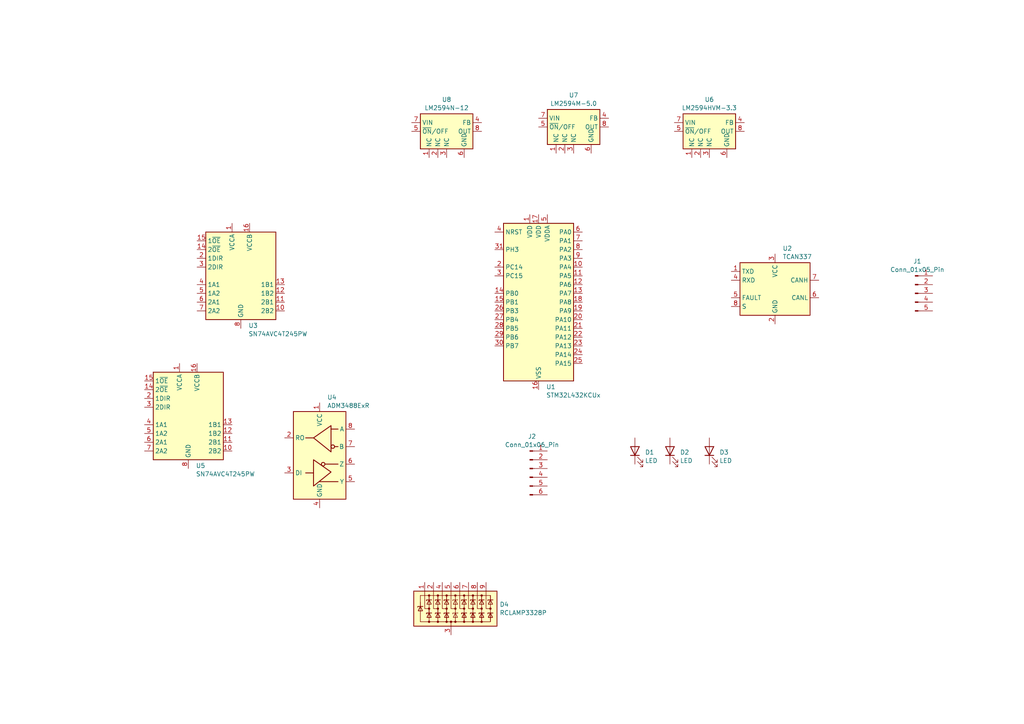
<source format=kicad_sch>
(kicad_sch (version 20230121) (generator eeschema)
  (paper "A4")
  (lib_symbols
    (symbol "Connector:Conn_01x05_Pin" (pin_names (offset 1.016) hide)
      (property "Reference" "J" (at 0 7.62 0))
      (property "Value" "Conn_01x05_Pin" (at 0 -7.62 0))
      (symbol "Conn_01x05_Pin_1_1"
        (polyline (pts (xy 1.27 -5.08) (xy 0.8636 -5.08)) (stroke (width 0.1524)))
        (polyline (pts (xy 1.27 -2.54) (xy 0.8636 -2.54)) (stroke (width 0.1524)))
        (polyline (pts (xy 1.27 0) (xy 0.8636 0)) (stroke (width 0.1524)))
        (polyline (pts (xy 1.27 2.54) (xy 0.8636 2.54)) (stroke (width 0.1524)))
        (polyline (pts (xy 1.27 5.08) (xy 0.8636 5.08)) (stroke (width 0.1524)))
        (rectangle (start 0.8636 -4.953) (end 0 -5.207) (stroke (width 0.1524)) (fill (type outline)))
        (rectangle (start 0.8636 -2.413) (end 0 -2.667) (stroke (width 0.1524)) (fill (type outline)))
        (rectangle (start 0.8636 0.127) (end 0 -0.127) (stroke (width 0.1524)) (fill (type outline)))
        (rectangle (start 0.8636 2.667) (end 0 2.413) (stroke (width 0.1524)) (fill (type outline)))
        (rectangle (start 0.8636 5.207) (end 0 4.953) (stroke (width 0.1524)) (fill (type outline)))
        (pin passive line (at 5.08 5.08 180) (length 3.81) (name "Pin_1") (number "1"))
        (pin passive line (at 5.08 2.54 180) (length 3.81) (name "Pin_2") (number "2"))
        (pin passive line (at 5.08 0 180) (length 3.81) (name "Pin_3") (number "3"))
        (pin passive line (at 5.08 -2.54 180) (length 3.81) (name "Pin_4") (number "4"))
        (pin passive line (at 5.08 -5.08 180) (length 3.81) (name "Pin_5") (number "5"))
      )
    )
    (symbol "Connector:Conn_01x06_Pin" (pin_names (offset 1.016) hide)
      (property "Reference" "J" (at 0 7.62 0))
      (property "Value" "Conn_01x06_Pin" (at 0 -10.16 0))
      (symbol "Conn_01x06_Pin_1_1"
        (polyline (pts (xy 1.27 -7.62) (xy 0.8636 -7.62)) (stroke (width 0.1524)))
        (polyline (pts (xy 1.27 -5.08) (xy 0.8636 -5.08)) (stroke (width 0.1524)))
        (polyline (pts (xy 1.27 -2.54) (xy 0.8636 -2.54)) (stroke (width 0.1524)))
        (polyline (pts (xy 1.27 0) (xy 0.8636 0)) (stroke (width 0.1524)))
        (polyline (pts (xy 1.27 2.54) (xy 0.8636 2.54)) (stroke (width 0.1524)))
        (polyline (pts (xy 1.27 5.08) (xy 0.8636 5.08)) (stroke (width 0.1524)))
        (rectangle (start 0.8636 -7.493) (end 0 -7.747) (stroke (width 0.1524)) (fill (type outline)))
        (rectangle (start 0.8636 -4.953) (end 0 -5.207) (stroke (width 0.1524)) (fill (type outline)))
        (rectangle (start 0.8636 -2.413) (end 0 -2.667) (stroke (width 0.1524)) (fill (type outline)))
        (rectangle (start 0.8636 0.127) (end 0 -0.127) (stroke (width 0.1524)) (fill (type outline)))
        (rectangle (start 0.8636 2.667) (end 0 2.413) (stroke (width 0.1524)) (fill (type outline)))
        (rectangle (start 0.8636 5.207) (end 0 4.953) (stroke (width 0.1524)) (fill (type outline)))
        (pin passive line (at 5.08 5.08 180) (length 3.81) (name "Pin_1") (number "1"))
        (pin passive line (at 5.08 2.54 180) (length 3.81) (name "Pin_2") (number "2"))
        (pin passive line (at 5.08 0 180) (length 3.81) (name "Pin_3") (number "3"))
        (pin passive line (at 5.08 -2.54 180) (length 3.81) (name "Pin_4") (number "4"))
        (pin passive line (at 5.08 -5.08 180) (length 3.81) (name "Pin_5") (number "5"))
        (pin passive line (at 5.08 -7.62 180) (length 3.81) (name "Pin_6") (number "6"))
      )
    )
    (symbol "Device:LED" (pin_numbers hide) (pin_names (offset 1.016) hide)
      (property "Reference" "D" (at 0 2.54 0))
      (property "Value" "LED" (at 0 -2.54 0))
      (symbol "LED_0_1"
        (polyline (pts (xy -1.27 -1.27) (xy -1.27 1.27)) (stroke (width 0.254)))
        (polyline (pts (xy -1.27 0) (xy 1.27 0)))
        (polyline (pts (xy 1.27 -1.27) (xy 1.27 1.27) (xy -1.27 0) (xy 1.27 -1.27)) (stroke (width 0.254)))
        (polyline (pts (xy -3.048 -0.762) (xy -4.572 -2.286) (xy -3.81 -2.286) (xy -4.572 -2.286) (xy -4.572 -1.524)))
        (polyline (pts (xy -1.778 -0.762) (xy -3.302 -2.286) (xy -2.54 -2.286) (xy -3.302 -2.286) (xy -3.302 -1.524)))
      )
      (symbol "LED_1_1"
        (pin passive line (at -3.81 0 0) (length 2.54) (name "K") (number "1"))
        (pin passive line (at 3.81 0 180) (length 2.54) (name "A") (number "2"))
      )
    )
    (symbol "Interface_CAN_LIN:TCAN337"
      (property "Reference" "U" (at -10.16 8.89 0))
      (property "Value" "TCAN337" (at 2.54 8.89 0))
      (symbol "TCAN337_0_1"
        (rectangle (start -10.16 7.62) (end 10.16 -7.62) (stroke (width 0.254)) (fill (type background)))
      )
      (symbol "TCAN337_1_1"
        (pin input line (at -12.7 5.08 0) (length 2.54) (name "TXD") (number "1"))
        (pin power_in line (at 0 -10.16 90) (length 2.54) (name "GND") (number "2"))
        (pin power_in line (at 0 10.16 270) (length 2.54) (name "VCC") (number "3"))
        (pin tri_state line (at -12.7 2.54 0) (length 2.54) (name "RXD") (number "4"))
        (pin open_collector line (at -12.7 -2.54 0) (length 2.54) (name "FAULT") (number "5"))
        (pin bidirectional line (at 12.7 -2.54 180) (length 2.54) (name "CANL") (number "6"))
        (pin bidirectional line (at 12.7 2.54 180) (length 2.54) (name "CANH") (number "7"))
        (pin input line (at -12.7 -5.08 0) (length 2.54) (name "S") (number "8"))
      )
    )
    (symbol "Interface_UART:ADM3488ExR"
      (property "Reference" "U" (at -7.62 13.97 0))
      (property "Value" "ADM3488ExR" (at 7.62 13.97 0))
      (symbol "ADM3488ExR_0_1"
        (rectangle (start -7.62 12.7) (end 7.62 -12.7) (stroke (width 0.254)) (fill (type background)))
        (polyline (pts (xy -1.778 -5.08) (xy -4.064 -5.08)) (stroke (width 0.254)))
        (polyline (pts (xy -1.778 5.08) (xy -4.064 5.08)) (stroke (width 0.254)))
        (polyline (pts (xy 0 -7.62) (xy 5.334 -7.62)) (stroke (width 0.254)))
        (polyline (pts (xy 1.524 -2.54) (xy 5.334 -2.54)) (stroke (width 0.254)))
        (polyline (pts (xy 3.302 7.62) (xy 5.334 7.62)) (stroke (width 0.254)))
        (polyline (pts (xy 4.318 2.54) (xy 5.334 2.54)) (stroke (width 0.254)))
        (polyline (pts (xy -1.778 -5.08) (xy -1.778 -1.27) (xy 3.302 -4.826) (xy -1.778 -8.89) (xy -1.778 -5.08)) (stroke (width 0.254)))
        (circle (center 1.016 -2.54) (radius 0.508) (stroke (width 0.254)))
      )
      (symbol "ADM3488ExR_1_1"
        (polyline (pts (xy 3.302 4.826) (xy 3.302 8.636) (xy -1.778 5.08) (xy 3.302 1.016) (xy 3.302 4.826)) (stroke (width 0.254)))
        (circle (center 3.81 2.54) (radius 0.508) (stroke (width 0.254)))
        (pin power_in line (at 0 15.24 270) (length 2.54) (name "VCC") (number "1"))
        (pin output line (at -10.16 5.08 0) (length 2.54) (name "RO") (number "2"))
        (pin input line (at -10.16 -5.08 0) (length 2.54) (name "DI") (number "3"))
        (pin power_in line (at 0 -15.24 90) (length 2.54) (name "GND") (number "4"))
        (pin output line (at 10.16 -7.62 180) (length 2.54) (name "Y") (number "5"))
        (pin output line (at 10.16 -2.54 180) (length 2.54) (name "Z") (number "6"))
        (pin input line (at 10.16 2.54 180) (length 2.54) (name "B") (number "7"))
        (pin input line (at 10.16 7.62 180) (length 2.54) (name "A") (number "8"))
      )
    )
    (symbol "Logic_LevelTranslator:SN74AVC4T245PW"
      (property "Reference" "U" (at -8.89 13.97 0))
      (property "Value" "SN74AVC4T245PW" (at 12.7 13.97 0))
      (symbol "SN74AVC4T245PW_0_1"
        (rectangle (start -10.16 12.7) (end 10.16 -12.7) (stroke (width 0.254)) (fill (type background)))
      )
      (symbol "SN74AVC4T245PW_1_1"
        (pin power_in line (at -2.54 15.24 270) (length 2.54) (name "VCCA") (number "1"))
        (pin bidirectional line (at 12.7 -10.16 180) (length 2.54) (name "2B2") (number "10"))
        (pin bidirectional line (at 12.7 -7.62 180) (length 2.54) (name "2B1") (number "11"))
        (pin bidirectional line (at 12.7 -5.08 180) (length 2.54) (name "1B2") (number "12"))
        (pin bidirectional line (at 12.7 -2.54 180) (length 2.54) (name "1B1") (number "13"))
        (pin input line (at -12.7 7.62 0) (length 2.54) (name "2~{OE}") (number "14"))
        (pin input line (at -12.7 10.16 0) (length 2.54) (name "1~{OE}") (number "15"))
        (pin power_in line (at 2.54 15.24 270) (length 2.54) (name "VCCB") (number "16"))
        (pin input line (at -12.7 5.08 0) (length 2.54) (name "1DIR") (number "2"))
        (pin input line (at -12.7 2.54 0) (length 2.54) (name "2DIR") (number "3"))
        (pin bidirectional line (at -12.7 -2.54 0) (length 2.54) (name "1A1") (number "4"))
        (pin bidirectional line (at -12.7 -5.08 0) (length 2.54) (name "1A2") (number "5"))
        (pin bidirectional line (at -12.7 -7.62 0) (length 2.54) (name "2A1") (number "6"))
        (pin bidirectional line (at -12.7 -10.16 0) (length 2.54) (name "2A2") (number "7"))
        (pin power_in line (at 0 -15.24 90) (length 2.54) (name "GND") (number "8"))
        (pin passive line (at 0 -15.24 90) (length 2.54) hide (name "GND") (number "9"))
      )
    )
    (symbol "MCU_ST_STM32L4:STM32L432KCUx"
      (property "Reference" "U" (at -10.16 24.13 0))
      (property "Value" "STM32L432KCUx" (at 5.08 24.13 0))
      (symbol "STM32L432KCUx_0_1"
        (rectangle (start -10.16 -22.86) (end 10.16 22.86) (stroke (width 0.254)) (fill (type background)))
      )
      (symbol "STM32L432KCUx_1_1"
        (pin power_in line (at -2.54 25.4 270) (length 2.54) (name "VDD") (number "1"))
        (pin bidirectional line (at 12.7 10.16 180) (length 2.54) (name "PA4") (number "10"))
        (pin bidirectional line (at 12.7 7.62 180) (length 2.54) (name "PA5") (number "11"))
        (pin bidirectional line (at 12.7 5.08 180) (length 2.54) (name "PA6") (number "12"))
        (pin bidirectional line (at 12.7 2.54 180) (length 2.54) (name "PA7") (number "13"))
        (pin bidirectional line (at -12.7 2.54 0) (length 2.54) (name "PB0") (number "14"))
        (pin bidirectional line (at -12.7 0 0) (length 2.54) (name "PB1") (number "15"))
        (pin power_in line (at 0 -25.4 90) (length 2.54) (name "VSS") (number "16"))
        (pin power_in line (at 0 25.4 270) (length 2.54) (name "VDD") (number "17"))
        (pin bidirectional line (at 12.7 0 180) (length 2.54) (name "PA8") (number "18"))
        (pin bidirectional line (at 12.7 -2.54 180) (length 2.54) (name "PA9") (number "19"))
        (pin bidirectional line (at -12.7 10.16 0) (length 2.54) (name "PC14") (number "2"))
        (pin bidirectional line (at 12.7 -5.08 180) (length 2.54) (name "PA10") (number "20"))
        (pin bidirectional line (at 12.7 -7.62 180) (length 2.54) (name "PA11") (number "21"))
        (pin bidirectional line (at 12.7 -10.16 180) (length 2.54) (name "PA12") (number "22"))
        (pin bidirectional line (at 12.7 -12.7 180) (length 2.54) (name "PA13") (number "23"))
        (pin bidirectional line (at 12.7 -15.24 180) (length 2.54) (name "PA14") (number "24"))
        (pin bidirectional line (at 12.7 -17.78 180) (length 2.54) (name "PA15") (number "25"))
        (pin bidirectional line (at -12.7 -2.54 0) (length 2.54) (name "PB3") (number "26"))
        (pin bidirectional line (at -12.7 -5.08 0) (length 2.54) (name "PB4") (number "27"))
        (pin bidirectional line (at -12.7 -7.62 0) (length 2.54) (name "PB5") (number "28"))
        (pin bidirectional line (at -12.7 -10.16 0) (length 2.54) (name "PB6") (number "29"))
        (pin bidirectional line (at -12.7 7.62 0) (length 2.54) (name "PC15") (number "3"))
        (pin bidirectional line (at -12.7 -12.7 0) (length 2.54) (name "PB7") (number "30"))
        (pin bidirectional line (at -12.7 15.24 0) (length 2.54) (name "PH3") (number "31"))
        (pin passive line (at 0 -25.4 90) (length 2.54) hide (name "VSS") (number "32"))
        (pin passive line (at 0 -25.4 90) (length 2.54) hide (name "VSS") (number "33"))
        (pin input line (at -12.7 20.32 0) (length 2.54) (name "NRST") (number "4"))
        (pin power_in line (at 2.54 25.4 270) (length 2.54) (name "VDDA") (number "5"))
        (pin bidirectional line (at 12.7 20.32 180) (length 2.54) (name "PA0") (number "6"))
        (pin bidirectional line (at 12.7 17.78 180) (length 2.54) (name "PA1") (number "7"))
        (pin bidirectional line (at 12.7 15.24 180) (length 2.54) (name "PA2") (number "8"))
        (pin bidirectional line (at 12.7 12.7 180) (length 2.54) (name "PA3") (number "9"))
      )
    )
    (symbol "Power_Protection:RCLAMP3328P" (pin_names hide)
      (property "Reference" "D" (at 13.97 2.54 0))
      (property "Value" "RCLAMP3328P" (at 13.97 0.635 0))
      (symbol "RCLAMP3328P_0_0"
        (pin passive line (at 0 -7.62 90) (length 2.54) (name "A") (number "3"))
      )
      (symbol "RCLAMP3328P_0_1"
        (rectangle (start -10.795 5.08) (end 13.335 -5.08) (stroke (width 0.254)) (fill (type background)))
        (circle (center -6.35 -3.81) (radius 0.254) (fill (type outline)))
        (circle (center -6.35 0) (radius 0.254) (fill (type outline)))
        (circle (center -6.35 3.81) (radius 0.254) (fill (type outline)))
        (circle (center -3.81 -3.81) (radius 0.254) (fill (type outline)))
        (circle (center -3.81 0) (radius 0.254) (fill (type outline)))
        (circle (center -3.81 3.81) (radius 0.254) (fill (type outline)))
        (circle (center -1.27 -3.81) (radius 0.254) (fill (type outline)))
        (circle (center -1.27 0) (radius 0.254) (fill (type outline)))
        (circle (center -1.27 3.81) (radius 0.254) (fill (type outline)))
        (circle (center 0 -3.81) (radius 0.254) (fill (type outline)))
        (polyline (pts (xy -8.89 0.635) (xy -8.89 -3.81)))
        (polyline (pts (xy -8.89 1.905) (xy -8.89 0.635)))
        (polyline (pts (xy -8.89 3.81) (xy -8.89 0.635)))
        (polyline (pts (xy -6.35 -3.81) (xy -8.89 -3.81)))
        (polyline (pts (xy -6.35 0) (xy -6.35 -1.27)))
        (polyline (pts (xy -6.35 2.54) (xy -6.35 -1.27)))
        (polyline (pts (xy -6.35 3.81) (xy -6.35 2.54)))
        (polyline (pts (xy -6.35 3.81) (xy -6.35 2.54)))
        (polyline (pts (xy -3.81 0) (xy -3.81 -1.27)))
        (polyline (pts (xy -3.81 2.54) (xy -3.81 -1.27)))
        (polyline (pts (xy -3.81 3.81) (xy -3.81 2.54)))
        (polyline (pts (xy -3.81 3.81) (xy -3.81 2.54)))
        (polyline (pts (xy -1.27 0) (xy -1.27 -1.27)))
        (polyline (pts (xy -1.27 2.54) (xy -1.27 -1.27)))
        (polyline (pts (xy -1.27 3.81) (xy -1.27 2.54)))
        (polyline (pts (xy -1.27 3.81) (xy -1.27 2.54)))
        (polyline (pts (xy 0 -5.08) (xy 0 -3.81)))
        (polyline (pts (xy 1.27 -3.81) (xy 1.27 2.54)))
        (polyline (pts (xy 1.27 3.81) (xy 1.27 2.54)))
        (polyline (pts (xy 1.905 -1.27) (xy 2.032 -1.27)))
        (polyline (pts (xy 1.905 2.54) (xy 2.032 2.54)))
        (polyline (pts (xy 3.81 2.54) (xy 3.81 -1.27)))
        (polyline (pts (xy 3.81 3.81) (xy 3.81 2.54)))
        (polyline (pts (xy 6.35 2.54) (xy 6.35 -1.27)))
        (polyline (pts (xy 6.35 3.81) (xy 6.35 2.54)))
        (polyline (pts (xy 6.35 3.81) (xy 6.35 2.54)))
        (polyline (pts (xy 8.89 2.54) (xy 8.89 -1.27)))
        (polyline (pts (xy 8.89 3.81) (xy 8.89 2.54)))
        (polyline (pts (xy 8.89 3.81) (xy 8.89 2.54)))
        (polyline (pts (xy 11.43 2.54) (xy 11.43 -1.27)))
        (polyline (pts (xy 11.43 3.81) (xy -8.89 3.81)))
        (polyline (pts (xy 11.43 3.81) (xy 11.43 2.54)))
        (polyline (pts (xy 11.43 3.81) (xy 11.43 2.54)))
        (polyline (pts (xy -7.62 5.08) (xy -7.62 0) (xy -6.35 0)))
        (polyline (pts (xy -6.35 -1.27) (xy -6.35 -3.81) (xy -3.81 -3.81)))
        (polyline (pts (xy -5.08 5.08) (xy -5.08 0) (xy -3.81 0)))
        (polyline (pts (xy -3.81 -1.27) (xy -3.81 -3.81) (xy -1.27 -3.81)))
        (polyline (pts (xy -2.54 5.08) (xy -2.54 0) (xy -1.27 0)))
        (polyline (pts (xy 0 5.08) (xy 0 0) (xy 1.27 0)))
        (polyline (pts (xy 1.905 -1.27) (xy 0.508 -1.27) (xy 0.508 -1.524)))
        (polyline (pts (xy 1.905 2.54) (xy 0.508 2.54) (xy 0.508 2.286)))
        (polyline (pts (xy 2.54 5.08) (xy 2.54 0) (xy 3.81 0)))
        (polyline (pts (xy 5.08 5.08) (xy 5.08 0) (xy 6.35 0)))
        (polyline (pts (xy 6.35 -1.27) (xy 6.35 -3.81) (xy 3.81 -3.81)))
        (polyline (pts (xy 6.35 -1.27) (xy 6.35 -3.81) (xy 3.81 -3.81)))
        (polyline (pts (xy 7.62 5.08) (xy 7.62 0) (xy 8.89 0)))
        (polyline (pts (xy 8.89 -1.27) (xy 8.89 -3.81) (xy 6.35 -3.81)))
        (polyline (pts (xy 8.89 -1.27) (xy 8.89 -3.81) (xy 6.35 -3.81)))
        (polyline (pts (xy 10.16 5.08) (xy 10.16 0) (xy 11.43 0)))
        (polyline (pts (xy 11.43 -1.27) (xy 11.43 -3.81) (xy 8.89 -3.81)))
        (polyline (pts (xy 11.43 -1.27) (xy 11.43 -3.81) (xy 8.89 -3.81)))
        (polyline (pts (xy -9.652 0.381) (xy -9.652 0.635) (xy -8.255 0.635) (xy -8.128 0.635)))
        (polyline (pts (xy -9.652 0.381) (xy -9.652 0.635) (xy -8.255 0.635) (xy -8.128 0.635)))
        (polyline (pts (xy -8.89 0.635) (xy -8.255 -0.635) (xy -9.525 -0.635) (xy -8.89 0.635)))
        (polyline (pts (xy -8.89 0.635) (xy -8.255 -0.635) (xy -9.525 -0.635) (xy -8.89 0.635)))
        (polyline (pts (xy -7.112 -1.524) (xy -7.112 -1.27) (xy -5.715 -1.27) (xy -5.588 -1.27)))
        (polyline (pts (xy -7.112 -1.524) (xy -7.112 -1.27) (xy -5.715 -1.27) (xy -5.588 -1.27)))
        (polyline (pts (xy -7.112 2.286) (xy -7.112 2.54) (xy -5.715 2.54) (xy -5.588 2.54)))
        (polyline (pts (xy -7.112 2.286) (xy -7.112 2.54) (xy -5.715 2.54) (xy -5.588 2.54)))
        (polyline (pts (xy -6.35 -1.27) (xy -5.715 -2.54) (xy -6.985 -2.54) (xy -6.35 -1.27)))
        (polyline (pts (xy -6.35 -1.27) (xy -5.715 -2.54) (xy -6.985 -2.54) (xy -6.35 -1.27)))
        (polyline (pts (xy -6.35 2.54) (xy -5.715 1.27) (xy -6.985 1.27) (xy -6.35 2.54)))
        (polyline (pts (xy -6.35 2.54) (xy -5.715 1.27) (xy -6.985 1.27) (xy -6.35 2.54)))
        (polyline (pts (xy -4.572 -1.524) (xy -4.572 -1.27) (xy -3.175 -1.27) (xy -3.048 -1.27)))
        (polyline (pts (xy -4.572 -1.524) (xy -4.572 -1.27) (xy -3.175 -1.27) (xy -3.048 -1.27)))
        (polyline (pts (xy -4.572 2.286) (xy -4.572 2.54) (xy -3.175 2.54) (xy -3.048 2.54)))
        (polyline (pts (xy -4.572 2.286) (xy -4.572 2.54) (xy -3.175 2.54) (xy -3.048 2.54)))
        (polyline (pts (xy -3.81 -1.27) (xy -3.175 -2.54) (xy -4.445 -2.54) (xy -3.81 -1.27)))
        (polyline (pts (xy -3.81 -1.27) (xy -3.175 -2.54) (xy -4.445 -2.54) (xy -3.81 -1.27)))
        (polyline (pts (xy -3.81 2.54) (xy -3.175 1.27) (xy -4.445 1.27) (xy -3.81 2.54)))
        (polyline (pts (xy -3.81 2.54) (xy -3.175 1.27) (xy -4.445 1.27) (xy -3.81 2.54)))
        (polyline (pts (xy -2.032 -1.524) (xy -2.032 -1.27) (xy -0.635 -1.27) (xy -0.508 -1.27)))
        (polyline (pts (xy -2.032 -1.524) (xy -2.032 -1.27) (xy -0.635 -1.27) (xy -0.508 -1.27)))
        (polyline (pts (xy -2.032 2.286) (xy -2.032 2.54) (xy -0.635 2.54) (xy -0.508 2.54)))
        (polyline (pts (xy -2.032 2.286) (xy -2.032 2.54) (xy -0.635 2.54) (xy -0.508 2.54)))
        (polyline (pts (xy -1.27 -1.27) (xy -1.27 -3.81) (xy 3.81 -3.81) (xy 3.81 -1.27)))
        (polyline (pts (xy -1.27 -1.27) (xy -1.27 -3.81) (xy 3.81 -3.81) (xy 3.81 -1.27)))
        (polyline (pts (xy -1.27 -1.27) (xy -0.635 -2.54) (xy -1.905 -2.54) (xy -1.27 -1.27)))
        (polyline (pts (xy -1.27 -1.27) (xy -0.635 -2.54) (xy -1.905 -2.54) (xy -1.27 -1.27)))
        (polyline (pts (xy -1.27 2.54) (xy -0.635 1.27) (xy -1.905 1.27) (xy -1.27 2.54)))
        (polyline (pts (xy -1.27 2.54) (xy -0.635 1.27) (xy -1.905 1.27) (xy -1.27 2.54)))
        (polyline (pts (xy 1.905 -2.54) (xy 0.635 -2.54) (xy 1.27 -1.27) (xy 1.905 -2.54)))
        (polyline (pts (xy 1.905 1.27) (xy 0.635 1.27) (xy 1.27 2.54) (xy 1.905 1.27)))
        (polyline (pts (xy 3.048 -1.524) (xy 3.048 -1.27) (xy 4.445 -1.27) (xy 4.572 -1.27)))
        (polyline (pts (xy 3.048 -1.524) (xy 3.048 -1.27) (xy 4.445 -1.27) (xy 4.572 -1.27)))
        (polyline (pts (xy 3.048 2.286) (xy 3.048 2.54) (xy 4.445 2.54) (xy 4.572 2.54)))
        (polyline (pts (xy 3.048 2.286) (xy 3.048 2.54) (xy 4.445 2.54) (xy 4.572 2.54)))
        (polyline (pts (xy 3.81 -1.27) (xy 3.175 -2.54) (xy 4.445 -2.54) (xy 3.81 -1.27)))
        (polyline (pts (xy 3.81 -1.27) (xy 3.175 -2.54) (xy 4.445 -2.54) (xy 3.81 -1.27)))
        (polyline (pts (xy 3.81 2.54) (xy 3.175 1.27) (xy 4.445 1.27) (xy 3.81 2.54)))
        (polyline (pts (xy 3.81 2.54) (xy 3.175 1.27) (xy 4.445 1.27) (xy 3.81 2.54)))
        (polyline (pts (xy 5.588 -1.524) (xy 5.588 -1.27) (xy 6.985 -1.27) (xy 7.112 -1.27)))
        (polyline (pts (xy 5.588 -1.524) (xy 5.588 -1.27) (xy 6.985 -1.27) (xy 7.112 -1.27)))
        (polyline (pts (xy 5.588 2.286) (xy 5.588 2.54) (xy 6.985 2.54) (xy 7.112 2.54)))
        (polyline (pts (xy 5.588 2.286) (xy 5.588 2.54) (xy 6.985 2.54) (xy 7.112 2.54)))
        (polyline (pts (xy 6.35 -1.27) (xy 5.715 -2.54) (xy 6.985 -2.54) (xy 6.35 -1.27)))
        (polyline (pts (xy 6.35 -1.27) (xy 5.715 -2.54) (xy 6.985 -2.54) (xy 6.35 -1.27)))
        (polyline (pts (xy 6.35 2.54) (xy 5.715 1.27) (xy 6.985 1.27) (xy 6.35 2.54)))
        (polyline (pts (xy 6.35 2.54) (xy 5.715 1.27) (xy 6.985 1.27) (xy 6.35 2.54)))
        (polyline (pts (xy 8.128 -1.524) (xy 8.128 -1.27) (xy 9.525 -1.27) (xy 9.652 -1.27)))
        (polyline (pts (xy 8.128 -1.524) (xy 8.128 -1.27) (xy 9.525 -1.27) (xy 9.652 -1.27)))
        (polyline (pts (xy 8.128 2.286) (xy 8.128 2.54) (xy 9.525 2.54) (xy 9.652 2.54)))
        (polyline (pts (xy 8.128 2.286) (xy 8.128 2.54) (xy 9.525 2.54) (xy 9.652 2.54)))
        (polyline (pts (xy 8.89 -1.27) (xy 8.255 -2.54) (xy 9.525 -2.54) (xy 8.89 -1.27)))
        (polyline (pts (xy 8.89 -1.27) (xy 8.255 -2.54) (xy 9.525 -2.54) (xy 8.89 -1.27)))
        (polyline (pts (xy 8.89 2.54) (xy 8.255 1.27) (xy 9.525 1.27) (xy 8.89 2.54)))
        (polyline (pts (xy 8.89 2.54) (xy 8.255 1.27) (xy 9.525 1.27) (xy 8.89 2.54)))
        (polyline (pts (xy 10.668 -1.524) (xy 10.668 -1.27) (xy 12.065 -1.27) (xy 12.192 -1.27)))
        (polyline (pts (xy 10.668 -1.524) (xy 10.668 -1.27) (xy 12.065 -1.27) (xy 12.192 -1.27)))
        (polyline (pts (xy 10.668 2.286) (xy 10.668 2.54) (xy 12.065 2.54) (xy 12.192 2.54)))
        (polyline (pts (xy 10.668 2.286) (xy 10.668 2.54) (xy 12.065 2.54) (xy 12.192 2.54)))
        (polyline (pts (xy 11.43 -1.27) (xy 10.795 -2.54) (xy 12.065 -2.54) (xy 11.43 -1.27)))
        (polyline (pts (xy 11.43 -1.27) (xy 10.795 -2.54) (xy 12.065 -2.54) (xy 11.43 -1.27)))
        (polyline (pts (xy 11.43 2.54) (xy 10.795 1.27) (xy 12.065 1.27) (xy 11.43 2.54)))
        (polyline (pts (xy 11.43 2.54) (xy 10.795 1.27) (xy 12.065 1.27) (xy 11.43 2.54)))
        (circle (center 1.27 -3.81) (radius 0.254) (fill (type outline)))
        (circle (center 1.27 0) (radius 0.254) (fill (type outline)))
        (circle (center 1.27 3.81) (radius 0.254) (fill (type outline)))
        (circle (center 3.81 -3.81) (radius 0.254) (fill (type outline)))
        (circle (center 3.81 0) (radius 0.254) (fill (type outline)))
        (circle (center 3.81 3.81) (radius 0.254) (fill (type outline)))
        (circle (center 6.35 -3.81) (radius 0.254) (fill (type outline)))
        (circle (center 6.35 0) (radius 0.254) (fill (type outline)))
        (circle (center 6.35 3.81) (radius 0.254) (fill (type outline)))
        (circle (center 8.89 -3.81) (radius 0.254) (fill (type outline)))
        (circle (center 8.89 0) (radius 0.254) (fill (type outline)))
        (circle (center 8.89 3.81) (radius 0.254) (fill (type outline)))
        (circle (center 11.43 0) (radius 0.254) (fill (type outline)))
      )
      (symbol "RCLAMP3328P_1_1"
        (pin passive line (at -7.62 7.62 270) (length 2.54) (name "K1") (number "1"))
        (pin passive line (at -5.08 7.62 270) (length 2.54) (name "K2") (number "2"))
        (pin passive line (at -2.54 7.62 270) (length 2.54) (name "K3") (number "4"))
        (pin passive line (at 0 7.62 270) (length 2.54) (name "K4") (number "5"))
        (pin passive line (at 2.54 7.62 270) (length 2.54) (name "K5") (number "6"))
        (pin passive line (at 5.08 7.62 270) (length 2.54) (name "K6") (number "7"))
        (pin passive line (at 7.62 7.62 270) (length 2.54) (name "K7") (number "8"))
        (pin passive line (at 10.16 7.62 270) (length 2.54) (name "K8") (number "9"))
      )
    )
    (symbol "Regulator_Switching:LM2594HVM-3.3"
      (property "Reference" "U" (at -7.62 6.35 0))
      (property "Value" "LM2594HVM-3.3" (at 0 6.35 0))
      (symbol "LM2594HVM-3.3_0_1"
        (rectangle (start -7.62 5.08) (end 7.62 -5.08) (stroke (width 0.254)) (fill (type background)))
      )
      (symbol "LM2594HVM-3.3_1_1"
        (pin passive line (at -5.08 -7.62 90) (length 2.54) (name "NC") (number "1"))
        (pin passive line (at -2.54 -7.62 90) (length 2.54) (name "NC") (number "2"))
        (pin passive line (at 0 -7.62 90) (length 2.54) (name "NC") (number "3"))
        (pin input line (at 10.16 2.54 180) (length 2.54) (name "FB") (number "4"))
        (pin input line (at -10.16 0 0) (length 2.54) (name "~{ON}/OFF") (number "5"))
        (pin power_in line (at 5.08 -7.62 90) (length 2.54) (name "GND") (number "6"))
        (pin power_in line (at -10.16 2.54 0) (length 2.54) (name "VIN") (number "7"))
        (pin output line (at 10.16 0 180) (length 2.54) (name "OUT") (number "8"))
      )
    )
    (symbol "Regulator_Switching:LM2594M-5.0"
      (property "Reference" "U" (at -7.62 6.35 0))
      (property "Value" "LM2594M-5.0" (at 0 6.35 0))
      (symbol "LM2594M-5.0_0_1"
        (rectangle (start -7.62 5.08) (end 7.62 -5.08) (stroke (width 0.254)) (fill (type background)))
      )
      (symbol "LM2594M-5.0_1_1"
        (pin passive line (at -5.08 -7.62 90) (length 2.54) (name "NC") (number "1"))
        (pin passive line (at -2.54 -7.62 90) (length 2.54) (name "NC") (number "2"))
        (pin passive line (at 0 -7.62 90) (length 2.54) (name "NC") (number "3"))
        (pin input line (at 10.16 2.54 180) (length 2.54) (name "FB") (number "4"))
        (pin input line (at -10.16 0 0) (length 2.54) (name "~{ON}/OFF") (number "5"))
        (pin power_in line (at 5.08 -7.62 90) (length 2.54) (name "GND") (number "6"))
        (pin power_in line (at -10.16 2.54 0) (length 2.54) (name "VIN") (number "7"))
        (pin output line (at 10.16 0 180) (length 2.54) (name "OUT") (number "8"))
      )
    )
    (symbol "Regulator_Switching:LM2594N-12"
      (property "Reference" "U" (at -7.62 6.35 0))
      (property "Value" "LM2594N-12" (at 0 6.35 0))
      (symbol "LM2594N-12_0_1"
        (rectangle (start -7.62 5.08) (end 7.62 -5.08) (stroke (width 0.254)) (fill (type background)))
      )
      (symbol "LM2594N-12_1_1"
        (pin passive line (at -5.08 -7.62 90) (length 2.54) (name "NC") (number "1"))
        (pin passive line (at -2.54 -7.62 90) (length 2.54) (name "NC") (number "2"))
        (pin passive line (at 0 -7.62 90) (length 2.54) (name "NC") (number "3"))
        (pin input line (at 10.16 2.54 180) (length 2.54) (name "FB") (number "4"))
        (pin input line (at -10.16 0 0) (length 2.54) (name "~{ON}/OFF") (number "5"))
        (pin power_in line (at 5.08 -7.62 90) (length 2.54) (name "GND") (number "6"))
        (pin power_in line (at -10.16 2.54 0) (length 2.54) (name "VIN") (number "7"))
        (pin output line (at 10.16 0 180) (length 2.54) (name "OUT") (number "8"))
      )
    )
  )
  (symbol (lib_id "Regulator_Switching:LM2594M-5.0") (at 166.37 36.83 0) (unit 1)
    (property "Reference" "U7" (at 166.37 27.6057 0))
    (property "Value" "LM2594M-5.0" (at 166.37 30.0299 0))
    (property "Footprint" "Package_SO:SOIC-8_3.9x4.9mm_P1.27mm" (effects hide))
    (property "Datasheet" "http://www.ti.com/lit/ds/symlink/lm2594.pdf" (effects hide))
  )
  (symbol (lib_id "Logic_LevelTranslator:SN74AVC4T245PW") (at 69.85 80.01 0) (unit 1)
    (property "Reference" "U3" (at 72.0441 94.4301 0) (effects (justify left)))
    (property "Value" "SN74AVC4T245PW" (at 72.0441 96.8543 0) (effects (justify left)))
    (property "Footprint" "Package_SO:TSSOP-16_4.4x5mm_P0.65mm" (effects hide))
    (property "Datasheet" "https://www.ti.com/lit/ds/symlink/sn74avc4t245.pdf" (effects hide))
  )
  (symbol (lib_id "Device:LED") (at 194.31 130.81 90) (unit 1)
    (property "Reference" "D2" (at 197.231 131.1854 90) (effects (justify right)))
    (property "Value" "LED" (at 197.231 133.6096 90) (effects (justify right)))
  )
  (symbol (lib_id "Interface_CAN_LIN:TCAN337") (at 224.79 83.82 0) (unit 1)
    (property "Reference" "U2" (at 226.9841 72.0557 0) (effects (justify left)))
    (property "Value" "TCAN337" (at 226.9841 74.4799 0) (effects (justify left)))
    (property "Datasheet" "http://www.ti.com/lit/ds/symlink/tcan337.pdf" (effects hide))
  )
  (symbol (lib_id "MCU_ST_STM32L4:STM32L432KCUx") (at 156.21 87.63 0) (unit 1)
    (property "Reference" "U1" (at 158.4041 112.2101 0) (effects (justify left)))
    (property "Value" "STM32L432KCUx" (at 158.4041 114.6343 0) (effects (justify left)))
    (property "Footprint" "Package_DFN_QFN:QFN-32-1EP_5x5mm_P0.5mm_EP3.45x3.45mm" (effects hide))
    (property "Datasheet" "https://www.st.com/resource/en/datasheet/stm32l432kc.pdf" (effects hide))
  )
  (symbol (lib_id "Device:LED") (at 205.74 130.81 90) (unit 1)
    (property "Reference" "D3" (at 208.661 131.1854 90) (effects (justify right)))
    (property "Value" "LED" (at 208.661 133.6096 90) (effects (justify right)))
  )
  (symbol (lib_id "Connector:Conn_01x05_Pin") (at 265.43 85.09 0) (unit 1)
    (property "Reference" "J1" (at 266.065 75.7895 0))
    (property "Value" "Conn_01x05_Pin" (at 266.065 78.2137 0))
  )
  (symbol (lib_id "Regulator_Switching:LM2594HVM-3.3") (at 205.74 38.1 0) (unit 1)
    (property "Reference" "U6" (at 205.74 28.8757 0))
    (property "Value" "LM2594HVM-3.3" (at 205.74 31.2999 0))
    (property "Footprint" "Package_SO:SOIC-8_3.9x4.9mm_P1.27mm" (effects hide))
    (property "Datasheet" "http://www.ti.com/lit/ds/symlink/lm2594.pdf" (effects hide))
  )
  (symbol (lib_id "Power_Protection:RCLAMP3328P") (at 130.81 176.53 0) (unit 1)
    (property "Reference" "D4" (at 144.907 175.3179 0) (effects (justify left)))
    (property "Value" "RCLAMP3328P" (at 144.907 177.7421 0) (effects (justify left)))
    (property "Footprint" "Package_DFN_QFN:UDFN-9_1.0x3.8mm_P0.5mm" (effects hide))
    (property "Datasheet" "https://media.digikey.com/pdf/Data%20Sheets/Semtech%20PDFs/RCLAMP3328P.pdf" (effects hide))
  )
  (symbol (lib_id "Device:LED") (at 184.15 130.81 90) (unit 1)
    (property "Reference" "D1" (at 187.071 131.1854 90) (effects (justify right)))
    (property "Value" "LED" (at 187.071 133.6096 90) (effects (justify right)))
  )
  (symbol (lib_id "Logic_LevelTranslator:SN74AVC4T245PW") (at 54.61 120.65 0) (unit 1)
    (property "Reference" "U5" (at 56.8041 135.0701 0) (effects (justify left)))
    (property "Value" "SN74AVC4T245PW" (at 56.8041 137.4943 0) (effects (justify left)))
    (property "Footprint" "Package_SO:TSSOP-16_4.4x5mm_P0.65mm" (effects hide))
    (property "Datasheet" "https://www.ti.com/lit/ds/symlink/sn74avc4t245.pdf" (effects hide))
  )
  (symbol (lib_id "Connector:Conn_01x06_Pin") (at 153.67 135.89 0) (unit 1)
    (property "Reference" "J2" (at 154.305 126.5895 0))
    (property "Value" "Conn_01x06_Pin" (at 154.305 129.0137 0))
  )
  (symbol (lib_id "Interface_UART:ADM3488ExR") (at 92.71 132.08 0) (unit 1)
    (property "Reference" "U4" (at 94.9041 115.2357 0) (effects (justify left)))
    (property "Value" "ADM3488ExR" (at 94.9041 117.6599 0) (effects (justify left)))
    (property "Footprint" "Package_SO:SOIC-8_3.9x4.9mm_P1.27mm" (effects hide))
    (property "Datasheet" "https://www.analog.com/media/en/technical-documentation/data-sheets/ADM3483E_3486E_3488E_3490E_3491E.pdf" (effects hide))
  )
  (symbol (lib_id "Regulator_Switching:LM2594N-12") (at 129.54 38.1 0) (unit 1)
    (property "Reference" "U8" (at 129.54 28.8757 0))
    (property "Value" "LM2594N-12" (at 129.54 31.2999 0))
    (property "Footprint" "Package_DIP:DIP-8_W7.62mm" (effects hide))
    (property "Datasheet" "http://www.ti.com/lit/ds/symlink/lm2594.pdf" (effects hide))
  )
)
</source>
